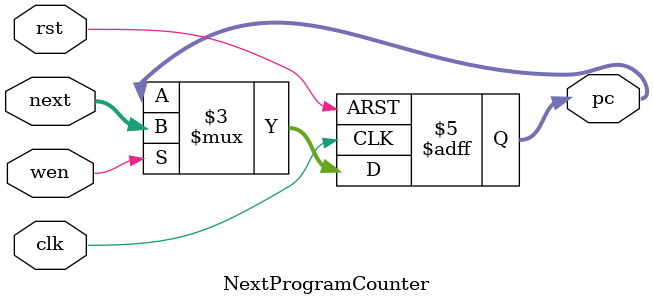
<source format=sv>
module NextProgramCounter(
    input logic clk,
    input logic rst,
    input logic wen,
    input logic [31: 0] next,
    output logic [31: 0] pc = 0
);
    
    always_ff @(posedge clk, posedge rst) begin
        if(rst) begin
            pc <= 0;
        end
        else if (wen) begin
            pc <= next;
        end
    end
endmodule

</source>
